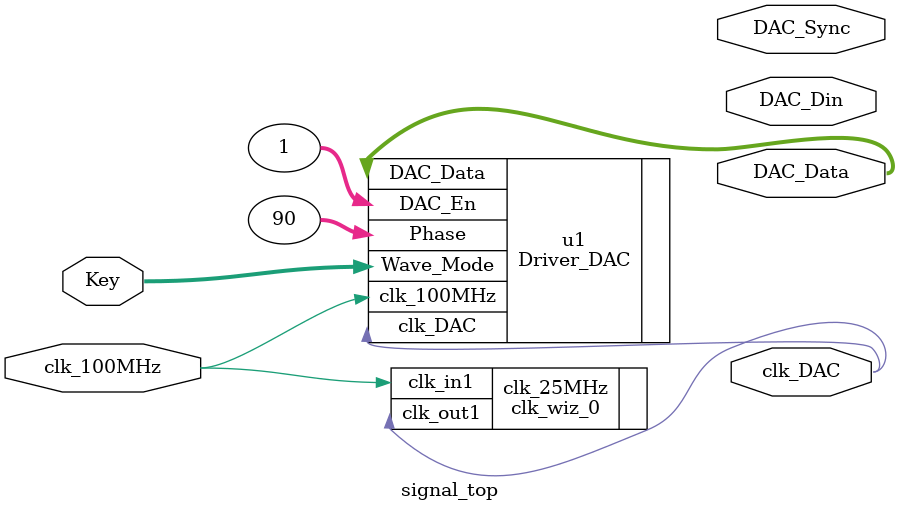
<source format=v>
`timescale 1ns / 1ps


module signal_top(
    input clk_100MHz,
    input [1:0]Key,
    output clk_DAC,
    output  DAC_Din,
    output  DAC_Sync,
    output  [7:0] DAC_Data
    );
    
    clk_wiz_0 clk_25MHz(.clk_out1(clk_DAC),.clk_in1(clk_100MHz));
    
    Driver_DAC u1(
    .clk_100MHz(clk_100MHz),
    .Wave_Mode(Key),
    .clk_DAC(clk_DAC),
    .DAC_En(1),
    .Phase(90),
    .DAC_Data(DAC_Data)
    //.DAC_Din(DAC_Din),
    //.DAC_Sync(DAC_Sync)
    );
      
endmodule
</source>
